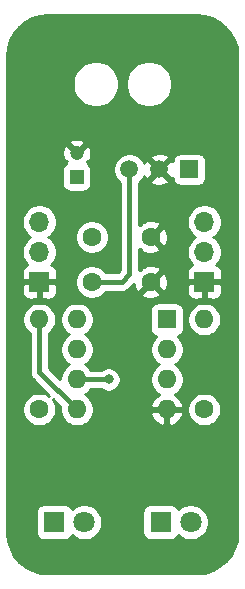
<source format=gbl>
G04 #@! TF.GenerationSoftware,KiCad,Pcbnew,(5.1.8)-1*
G04 #@! TF.CreationDate,2023-08-31T22:35:52+02:00*
G04 #@! TF.ProjectId,RC Exhaust System,52432045-7868-4617-9573-742053797374,rev?*
G04 #@! TF.SameCoordinates,Original*
G04 #@! TF.FileFunction,Copper,L2,Bot*
G04 #@! TF.FilePolarity,Positive*
%FSLAX46Y46*%
G04 Gerber Fmt 4.6, Leading zero omitted, Abs format (unit mm)*
G04 Created by KiCad (PCBNEW (5.1.8)-1) date 2023-08-31 22:35:52*
%MOMM*%
%LPD*%
G01*
G04 APERTURE LIST*
G04 #@! TA.AperFunction,ComponentPad*
%ADD10C,1.600000*%
G04 #@! TD*
G04 #@! TA.AperFunction,ComponentPad*
%ADD11O,1.600000X1.600000*%
G04 #@! TD*
G04 #@! TA.AperFunction,ComponentPad*
%ADD12O,1.700000X1.700000*%
G04 #@! TD*
G04 #@! TA.AperFunction,ComponentPad*
%ADD13R,1.700000X1.700000*%
G04 #@! TD*
G04 #@! TA.AperFunction,ComponentPad*
%ADD14R,1.600000X1.600000*%
G04 #@! TD*
G04 #@! TA.AperFunction,ComponentPad*
%ADD15R,1.200000X1.200000*%
G04 #@! TD*
G04 #@! TA.AperFunction,ComponentPad*
%ADD16C,1.200000*%
G04 #@! TD*
G04 #@! TA.AperFunction,ComponentPad*
%ADD17R,1.800000X1.800000*%
G04 #@! TD*
G04 #@! TA.AperFunction,ComponentPad*
%ADD18C,1.800000*%
G04 #@! TD*
G04 #@! TA.AperFunction,ComponentPad*
%ADD19C,1.500000*%
G04 #@! TD*
G04 #@! TA.AperFunction,ComponentPad*
%ADD20R,1.500000X1.500000*%
G04 #@! TD*
G04 #@! TA.AperFunction,ViaPad*
%ADD21C,0.800000*%
G04 #@! TD*
G04 #@! TA.AperFunction,Conductor*
%ADD22C,0.381000*%
G04 #@! TD*
G04 #@! TA.AperFunction,Conductor*
%ADD23C,0.254000*%
G04 #@! TD*
G04 #@! TA.AperFunction,Conductor*
%ADD24C,0.100000*%
G04 #@! TD*
G04 APERTURE END LIST*
D10*
X78105000Y-93345000D03*
X83105000Y-93345000D03*
X83105000Y-97155000D03*
X78105000Y-97155000D03*
X73660000Y-107950000D03*
D11*
X73660000Y-100330000D03*
X87630000Y-100330000D03*
D10*
X87630000Y-107950000D03*
D12*
X87630000Y-92075000D03*
X87630000Y-94615000D03*
D13*
X87630000Y-97155000D03*
D14*
X84455000Y-100330000D03*
D11*
X76835000Y-107950000D03*
X84455000Y-102870000D03*
X76835000Y-105410000D03*
X84455000Y-105410000D03*
X76835000Y-102870000D03*
X84455000Y-107950000D03*
X76835000Y-100330000D03*
D15*
X76835000Y-88265000D03*
D16*
X76835000Y-86265000D03*
D17*
X74922000Y-117496000D03*
D18*
X77462000Y-117496000D03*
X86462000Y-117496000D03*
D17*
X83922000Y-117496000D03*
D13*
X73660000Y-97155000D03*
D12*
X73660000Y-94615000D03*
X73660000Y-92075000D03*
D19*
X83820000Y-87630000D03*
X81280000Y-87630000D03*
D20*
X86360000Y-87630000D03*
D21*
X79530500Y-105410000D03*
D22*
X81280000Y-87630000D02*
X81280000Y-96520000D01*
X80645000Y-97155000D02*
X78105000Y-97155000D01*
X81280000Y-96520000D02*
X80645000Y-97155000D01*
X73660000Y-104775000D02*
X76835000Y-107950000D01*
X73660000Y-100330000D02*
X73660000Y-104775000D01*
X79530500Y-105410000D02*
X76835000Y-105410000D01*
D23*
X87662551Y-74624619D02*
X88304677Y-74818488D01*
X88896917Y-75133388D01*
X89416711Y-75557322D01*
X89844266Y-76074148D01*
X90163291Y-76664172D01*
X90361640Y-77304932D01*
X90435000Y-78002922D01*
X90432003Y-118363693D01*
X90363381Y-119063551D01*
X90169512Y-119705677D01*
X89854612Y-120297917D01*
X89430680Y-120817708D01*
X88913852Y-121245266D01*
X88323829Y-121564291D01*
X87683068Y-121762640D01*
X86985088Y-121836000D01*
X74424279Y-121836000D01*
X73724449Y-121767381D01*
X73082323Y-121573512D01*
X72490083Y-121258612D01*
X71970292Y-120834680D01*
X71542734Y-120317852D01*
X71223709Y-119727829D01*
X71025360Y-119087068D01*
X70952000Y-118389088D01*
X70952000Y-116596000D01*
X73383928Y-116596000D01*
X73383928Y-118396000D01*
X73396188Y-118520482D01*
X73432498Y-118640180D01*
X73491463Y-118750494D01*
X73570815Y-118847185D01*
X73667506Y-118926537D01*
X73777820Y-118985502D01*
X73897518Y-119021812D01*
X74022000Y-119034072D01*
X75822000Y-119034072D01*
X75946482Y-119021812D01*
X76066180Y-118985502D01*
X76176494Y-118926537D01*
X76273185Y-118847185D01*
X76352537Y-118750494D01*
X76411502Y-118640180D01*
X76417056Y-118621873D01*
X76483495Y-118688312D01*
X76734905Y-118856299D01*
X77014257Y-118972011D01*
X77310816Y-119031000D01*
X77613184Y-119031000D01*
X77909743Y-118972011D01*
X78189095Y-118856299D01*
X78440505Y-118688312D01*
X78654312Y-118474505D01*
X78822299Y-118223095D01*
X78938011Y-117943743D01*
X78997000Y-117647184D01*
X78997000Y-117344816D01*
X78938011Y-117048257D01*
X78822299Y-116768905D01*
X78706768Y-116596000D01*
X82383928Y-116596000D01*
X82383928Y-118396000D01*
X82396188Y-118520482D01*
X82432498Y-118640180D01*
X82491463Y-118750494D01*
X82570815Y-118847185D01*
X82667506Y-118926537D01*
X82777820Y-118985502D01*
X82897518Y-119021812D01*
X83022000Y-119034072D01*
X84822000Y-119034072D01*
X84946482Y-119021812D01*
X85066180Y-118985502D01*
X85176494Y-118926537D01*
X85273185Y-118847185D01*
X85352537Y-118750494D01*
X85411502Y-118640180D01*
X85417056Y-118621873D01*
X85483495Y-118688312D01*
X85734905Y-118856299D01*
X86014257Y-118972011D01*
X86310816Y-119031000D01*
X86613184Y-119031000D01*
X86909743Y-118972011D01*
X87189095Y-118856299D01*
X87440505Y-118688312D01*
X87654312Y-118474505D01*
X87822299Y-118223095D01*
X87938011Y-117943743D01*
X87997000Y-117647184D01*
X87997000Y-117344816D01*
X87938011Y-117048257D01*
X87822299Y-116768905D01*
X87654312Y-116517495D01*
X87440505Y-116303688D01*
X87189095Y-116135701D01*
X86909743Y-116019989D01*
X86613184Y-115961000D01*
X86310816Y-115961000D01*
X86014257Y-116019989D01*
X85734905Y-116135701D01*
X85483495Y-116303688D01*
X85417056Y-116370127D01*
X85411502Y-116351820D01*
X85352537Y-116241506D01*
X85273185Y-116144815D01*
X85176494Y-116065463D01*
X85066180Y-116006498D01*
X84946482Y-115970188D01*
X84822000Y-115957928D01*
X83022000Y-115957928D01*
X82897518Y-115970188D01*
X82777820Y-116006498D01*
X82667506Y-116065463D01*
X82570815Y-116144815D01*
X82491463Y-116241506D01*
X82432498Y-116351820D01*
X82396188Y-116471518D01*
X82383928Y-116596000D01*
X78706768Y-116596000D01*
X78654312Y-116517495D01*
X78440505Y-116303688D01*
X78189095Y-116135701D01*
X77909743Y-116019989D01*
X77613184Y-115961000D01*
X77310816Y-115961000D01*
X77014257Y-116019989D01*
X76734905Y-116135701D01*
X76483495Y-116303688D01*
X76417056Y-116370127D01*
X76411502Y-116351820D01*
X76352537Y-116241506D01*
X76273185Y-116144815D01*
X76176494Y-116065463D01*
X76066180Y-116006498D01*
X75946482Y-115970188D01*
X75822000Y-115957928D01*
X74022000Y-115957928D01*
X73897518Y-115970188D01*
X73777820Y-116006498D01*
X73667506Y-116065463D01*
X73570815Y-116144815D01*
X73491463Y-116241506D01*
X73432498Y-116351820D01*
X73396188Y-116471518D01*
X73383928Y-116596000D01*
X70952000Y-116596000D01*
X70952000Y-100188665D01*
X72225000Y-100188665D01*
X72225000Y-100471335D01*
X72280147Y-100748574D01*
X72388320Y-101009727D01*
X72545363Y-101244759D01*
X72745241Y-101444637D01*
X72834500Y-101504278D01*
X72834501Y-104734440D01*
X72830506Y-104775000D01*
X72846445Y-104936826D01*
X72893647Y-105092433D01*
X72970301Y-105235842D01*
X73029570Y-105308061D01*
X73073460Y-105361541D01*
X73104961Y-105387393D01*
X74508976Y-106791408D01*
X74339727Y-106678320D01*
X74078574Y-106570147D01*
X73801335Y-106515000D01*
X73518665Y-106515000D01*
X73241426Y-106570147D01*
X72980273Y-106678320D01*
X72745241Y-106835363D01*
X72545363Y-107035241D01*
X72388320Y-107270273D01*
X72280147Y-107531426D01*
X72225000Y-107808665D01*
X72225000Y-108091335D01*
X72280147Y-108368574D01*
X72388320Y-108629727D01*
X72545363Y-108864759D01*
X72745241Y-109064637D01*
X72980273Y-109221680D01*
X73241426Y-109329853D01*
X73518665Y-109385000D01*
X73801335Y-109385000D01*
X74078574Y-109329853D01*
X74339727Y-109221680D01*
X74574759Y-109064637D01*
X74774637Y-108864759D01*
X74931680Y-108629727D01*
X75039853Y-108368574D01*
X75095000Y-108091335D01*
X75095000Y-107808665D01*
X75039853Y-107531426D01*
X74931680Y-107270273D01*
X74818592Y-107101025D01*
X75420944Y-107703376D01*
X75400000Y-107808665D01*
X75400000Y-108091335D01*
X75455147Y-108368574D01*
X75563320Y-108629727D01*
X75720363Y-108864759D01*
X75920241Y-109064637D01*
X76155273Y-109221680D01*
X76416426Y-109329853D01*
X76693665Y-109385000D01*
X76976335Y-109385000D01*
X77253574Y-109329853D01*
X77514727Y-109221680D01*
X77749759Y-109064637D01*
X77949637Y-108864759D01*
X78106680Y-108629727D01*
X78214853Y-108368574D01*
X78228684Y-108299039D01*
X83063096Y-108299039D01*
X83103754Y-108433087D01*
X83223963Y-108687420D01*
X83391481Y-108913414D01*
X83599869Y-109102385D01*
X83841119Y-109247070D01*
X84105960Y-109341909D01*
X84328000Y-109220624D01*
X84328000Y-108077000D01*
X84582000Y-108077000D01*
X84582000Y-109220624D01*
X84804040Y-109341909D01*
X85068881Y-109247070D01*
X85310131Y-109102385D01*
X85518519Y-108913414D01*
X85686037Y-108687420D01*
X85806246Y-108433087D01*
X85846904Y-108299039D01*
X85724915Y-108077000D01*
X84582000Y-108077000D01*
X84328000Y-108077000D01*
X83185085Y-108077000D01*
X83063096Y-108299039D01*
X78228684Y-108299039D01*
X78270000Y-108091335D01*
X78270000Y-107808665D01*
X78214853Y-107531426D01*
X78106680Y-107270273D01*
X77949637Y-107035241D01*
X77749759Y-106835363D01*
X77517241Y-106680000D01*
X77749759Y-106524637D01*
X77949637Y-106324759D01*
X78009278Y-106235500D01*
X78902997Y-106235500D01*
X79040244Y-106327205D01*
X79228602Y-106405226D01*
X79428561Y-106445000D01*
X79632439Y-106445000D01*
X79832398Y-106405226D01*
X80020756Y-106327205D01*
X80190274Y-106213937D01*
X80334437Y-106069774D01*
X80447705Y-105900256D01*
X80525726Y-105711898D01*
X80565500Y-105511939D01*
X80565500Y-105308061D01*
X80525726Y-105108102D01*
X80447705Y-104919744D01*
X80334437Y-104750226D01*
X80190274Y-104606063D01*
X80020756Y-104492795D01*
X79832398Y-104414774D01*
X79632439Y-104375000D01*
X79428561Y-104375000D01*
X79228602Y-104414774D01*
X79040244Y-104492795D01*
X78902997Y-104584500D01*
X78009278Y-104584500D01*
X77949637Y-104495241D01*
X77749759Y-104295363D01*
X77517241Y-104140000D01*
X77749759Y-103984637D01*
X77949637Y-103784759D01*
X78106680Y-103549727D01*
X78214853Y-103288574D01*
X78270000Y-103011335D01*
X78270000Y-102728665D01*
X78214853Y-102451426D01*
X78106680Y-102190273D01*
X77949637Y-101955241D01*
X77749759Y-101755363D01*
X77517241Y-101600000D01*
X77749759Y-101444637D01*
X77949637Y-101244759D01*
X78106680Y-101009727D01*
X78214853Y-100748574D01*
X78270000Y-100471335D01*
X78270000Y-100188665D01*
X78214853Y-99911426D01*
X78106680Y-99650273D01*
X78026317Y-99530000D01*
X83016928Y-99530000D01*
X83016928Y-101130000D01*
X83029188Y-101254482D01*
X83065498Y-101374180D01*
X83124463Y-101484494D01*
X83203815Y-101581185D01*
X83300506Y-101660537D01*
X83410820Y-101719502D01*
X83530518Y-101755812D01*
X83538961Y-101756643D01*
X83340363Y-101955241D01*
X83183320Y-102190273D01*
X83075147Y-102451426D01*
X83020000Y-102728665D01*
X83020000Y-103011335D01*
X83075147Y-103288574D01*
X83183320Y-103549727D01*
X83340363Y-103784759D01*
X83540241Y-103984637D01*
X83772759Y-104140000D01*
X83540241Y-104295363D01*
X83340363Y-104495241D01*
X83183320Y-104730273D01*
X83075147Y-104991426D01*
X83020000Y-105268665D01*
X83020000Y-105551335D01*
X83075147Y-105828574D01*
X83183320Y-106089727D01*
X83340363Y-106324759D01*
X83540241Y-106524637D01*
X83775273Y-106681680D01*
X83785865Y-106686067D01*
X83599869Y-106797615D01*
X83391481Y-106986586D01*
X83223963Y-107212580D01*
X83103754Y-107466913D01*
X83063096Y-107600961D01*
X83185085Y-107823000D01*
X84328000Y-107823000D01*
X84328000Y-107803000D01*
X84582000Y-107803000D01*
X84582000Y-107823000D01*
X85724915Y-107823000D01*
X85732790Y-107808665D01*
X86195000Y-107808665D01*
X86195000Y-108091335D01*
X86250147Y-108368574D01*
X86358320Y-108629727D01*
X86515363Y-108864759D01*
X86715241Y-109064637D01*
X86950273Y-109221680D01*
X87211426Y-109329853D01*
X87488665Y-109385000D01*
X87771335Y-109385000D01*
X88048574Y-109329853D01*
X88309727Y-109221680D01*
X88544759Y-109064637D01*
X88744637Y-108864759D01*
X88901680Y-108629727D01*
X89009853Y-108368574D01*
X89065000Y-108091335D01*
X89065000Y-107808665D01*
X89009853Y-107531426D01*
X88901680Y-107270273D01*
X88744637Y-107035241D01*
X88544759Y-106835363D01*
X88309727Y-106678320D01*
X88048574Y-106570147D01*
X87771335Y-106515000D01*
X87488665Y-106515000D01*
X87211426Y-106570147D01*
X86950273Y-106678320D01*
X86715241Y-106835363D01*
X86515363Y-107035241D01*
X86358320Y-107270273D01*
X86250147Y-107531426D01*
X86195000Y-107808665D01*
X85732790Y-107808665D01*
X85846904Y-107600961D01*
X85806246Y-107466913D01*
X85686037Y-107212580D01*
X85518519Y-106986586D01*
X85310131Y-106797615D01*
X85124135Y-106686067D01*
X85134727Y-106681680D01*
X85369759Y-106524637D01*
X85569637Y-106324759D01*
X85726680Y-106089727D01*
X85834853Y-105828574D01*
X85890000Y-105551335D01*
X85890000Y-105268665D01*
X85834853Y-104991426D01*
X85726680Y-104730273D01*
X85569637Y-104495241D01*
X85369759Y-104295363D01*
X85137241Y-104140000D01*
X85369759Y-103984637D01*
X85569637Y-103784759D01*
X85726680Y-103549727D01*
X85834853Y-103288574D01*
X85890000Y-103011335D01*
X85890000Y-102728665D01*
X85834853Y-102451426D01*
X85726680Y-102190273D01*
X85569637Y-101955241D01*
X85371039Y-101756643D01*
X85379482Y-101755812D01*
X85499180Y-101719502D01*
X85609494Y-101660537D01*
X85706185Y-101581185D01*
X85785537Y-101484494D01*
X85844502Y-101374180D01*
X85880812Y-101254482D01*
X85893072Y-101130000D01*
X85893072Y-100188665D01*
X86195000Y-100188665D01*
X86195000Y-100471335D01*
X86250147Y-100748574D01*
X86358320Y-101009727D01*
X86515363Y-101244759D01*
X86715241Y-101444637D01*
X86950273Y-101601680D01*
X87211426Y-101709853D01*
X87488665Y-101765000D01*
X87771335Y-101765000D01*
X88048574Y-101709853D01*
X88309727Y-101601680D01*
X88544759Y-101444637D01*
X88744637Y-101244759D01*
X88901680Y-101009727D01*
X89009853Y-100748574D01*
X89065000Y-100471335D01*
X89065000Y-100188665D01*
X89009853Y-99911426D01*
X88901680Y-99650273D01*
X88744637Y-99415241D01*
X88544759Y-99215363D01*
X88309727Y-99058320D01*
X88048574Y-98950147D01*
X87771335Y-98895000D01*
X87488665Y-98895000D01*
X87211426Y-98950147D01*
X86950273Y-99058320D01*
X86715241Y-99215363D01*
X86515363Y-99415241D01*
X86358320Y-99650273D01*
X86250147Y-99911426D01*
X86195000Y-100188665D01*
X85893072Y-100188665D01*
X85893072Y-99530000D01*
X85880812Y-99405518D01*
X85844502Y-99285820D01*
X85785537Y-99175506D01*
X85706185Y-99078815D01*
X85609494Y-98999463D01*
X85499180Y-98940498D01*
X85379482Y-98904188D01*
X85255000Y-98891928D01*
X83655000Y-98891928D01*
X83530518Y-98904188D01*
X83410820Y-98940498D01*
X83300506Y-98999463D01*
X83203815Y-99078815D01*
X83124463Y-99175506D01*
X83065498Y-99285820D01*
X83029188Y-99405518D01*
X83016928Y-99530000D01*
X78026317Y-99530000D01*
X77949637Y-99415241D01*
X77749759Y-99215363D01*
X77514727Y-99058320D01*
X77253574Y-98950147D01*
X76976335Y-98895000D01*
X76693665Y-98895000D01*
X76416426Y-98950147D01*
X76155273Y-99058320D01*
X75920241Y-99215363D01*
X75720363Y-99415241D01*
X75563320Y-99650273D01*
X75455147Y-99911426D01*
X75400000Y-100188665D01*
X75400000Y-100471335D01*
X75455147Y-100748574D01*
X75563320Y-101009727D01*
X75720363Y-101244759D01*
X75920241Y-101444637D01*
X76152759Y-101600000D01*
X75920241Y-101755363D01*
X75720363Y-101955241D01*
X75563320Y-102190273D01*
X75455147Y-102451426D01*
X75400000Y-102728665D01*
X75400000Y-103011335D01*
X75455147Y-103288574D01*
X75563320Y-103549727D01*
X75720363Y-103784759D01*
X75920241Y-103984637D01*
X76152759Y-104140000D01*
X75920241Y-104295363D01*
X75720363Y-104495241D01*
X75563320Y-104730273D01*
X75455147Y-104991426D01*
X75400000Y-105268665D01*
X75400000Y-105347568D01*
X74485500Y-104433068D01*
X74485500Y-101504278D01*
X74574759Y-101444637D01*
X74774637Y-101244759D01*
X74931680Y-101009727D01*
X75039853Y-100748574D01*
X75095000Y-100471335D01*
X75095000Y-100188665D01*
X75039853Y-99911426D01*
X74931680Y-99650273D01*
X74774637Y-99415241D01*
X74574759Y-99215363D01*
X74339727Y-99058320D01*
X74078574Y-98950147D01*
X73801335Y-98895000D01*
X73518665Y-98895000D01*
X73241426Y-98950147D01*
X72980273Y-99058320D01*
X72745241Y-99215363D01*
X72545363Y-99415241D01*
X72388320Y-99650273D01*
X72280147Y-99911426D01*
X72225000Y-100188665D01*
X70952000Y-100188665D01*
X70952000Y-98005000D01*
X72171928Y-98005000D01*
X72184188Y-98129482D01*
X72220498Y-98249180D01*
X72279463Y-98359494D01*
X72358815Y-98456185D01*
X72455506Y-98535537D01*
X72565820Y-98594502D01*
X72685518Y-98630812D01*
X72810000Y-98643072D01*
X73374250Y-98640000D01*
X73533000Y-98481250D01*
X73533000Y-97282000D01*
X73787000Y-97282000D01*
X73787000Y-98481250D01*
X73945750Y-98640000D01*
X74510000Y-98643072D01*
X74634482Y-98630812D01*
X74754180Y-98594502D01*
X74864494Y-98535537D01*
X74961185Y-98456185D01*
X75040537Y-98359494D01*
X75099502Y-98249180D01*
X75135812Y-98129482D01*
X75148072Y-98005000D01*
X75145000Y-97440750D01*
X74986250Y-97282000D01*
X73787000Y-97282000D01*
X73533000Y-97282000D01*
X72333750Y-97282000D01*
X72175000Y-97440750D01*
X72171928Y-98005000D01*
X70952000Y-98005000D01*
X70952000Y-96305000D01*
X72171928Y-96305000D01*
X72175000Y-96869250D01*
X72333750Y-97028000D01*
X73533000Y-97028000D01*
X73533000Y-97008000D01*
X73787000Y-97008000D01*
X73787000Y-97028000D01*
X74986250Y-97028000D01*
X75000585Y-97013665D01*
X76670000Y-97013665D01*
X76670000Y-97296335D01*
X76725147Y-97573574D01*
X76833320Y-97834727D01*
X76990363Y-98069759D01*
X77190241Y-98269637D01*
X77425273Y-98426680D01*
X77686426Y-98534853D01*
X77963665Y-98590000D01*
X78246335Y-98590000D01*
X78523574Y-98534853D01*
X78784727Y-98426680D01*
X79019759Y-98269637D01*
X79141694Y-98147702D01*
X82291903Y-98147702D01*
X82363486Y-98391671D01*
X82618996Y-98512571D01*
X82893184Y-98581300D01*
X83175512Y-98595217D01*
X83455130Y-98553787D01*
X83721292Y-98458603D01*
X83846514Y-98391671D01*
X83918097Y-98147702D01*
X83775395Y-98005000D01*
X86141928Y-98005000D01*
X86154188Y-98129482D01*
X86190498Y-98249180D01*
X86249463Y-98359494D01*
X86328815Y-98456185D01*
X86425506Y-98535537D01*
X86535820Y-98594502D01*
X86655518Y-98630812D01*
X86780000Y-98643072D01*
X87344250Y-98640000D01*
X87503000Y-98481250D01*
X87503000Y-97282000D01*
X87757000Y-97282000D01*
X87757000Y-98481250D01*
X87915750Y-98640000D01*
X88480000Y-98643072D01*
X88604482Y-98630812D01*
X88724180Y-98594502D01*
X88834494Y-98535537D01*
X88931185Y-98456185D01*
X89010537Y-98359494D01*
X89069502Y-98249180D01*
X89105812Y-98129482D01*
X89118072Y-98005000D01*
X89115000Y-97440750D01*
X88956250Y-97282000D01*
X87757000Y-97282000D01*
X87503000Y-97282000D01*
X86303750Y-97282000D01*
X86145000Y-97440750D01*
X86141928Y-98005000D01*
X83775395Y-98005000D01*
X83105000Y-97334605D01*
X82291903Y-98147702D01*
X79141694Y-98147702D01*
X79219637Y-98069759D01*
X79279278Y-97980500D01*
X80604450Y-97980500D01*
X80645000Y-97984494D01*
X80685550Y-97980500D01*
X80685553Y-97980500D01*
X80806826Y-97968556D01*
X80962434Y-97921353D01*
X81105842Y-97844699D01*
X81231541Y-97741541D01*
X81257397Y-97710035D01*
X81674737Y-97292696D01*
X81706213Y-97505130D01*
X81801397Y-97771292D01*
X81868329Y-97896514D01*
X82112298Y-97968097D01*
X82925395Y-97155000D01*
X83284605Y-97155000D01*
X84097702Y-97968097D01*
X84341671Y-97896514D01*
X84462571Y-97641004D01*
X84531300Y-97366816D01*
X84545217Y-97084488D01*
X84503787Y-96804870D01*
X84408603Y-96538708D01*
X84341671Y-96413486D01*
X84097702Y-96341903D01*
X83284605Y-97155000D01*
X82925395Y-97155000D01*
X82911253Y-97140858D01*
X83090858Y-96961253D01*
X83105000Y-96975395D01*
X83775395Y-96305000D01*
X86141928Y-96305000D01*
X86145000Y-96869250D01*
X86303750Y-97028000D01*
X87503000Y-97028000D01*
X87503000Y-97008000D01*
X87757000Y-97008000D01*
X87757000Y-97028000D01*
X88956250Y-97028000D01*
X89115000Y-96869250D01*
X89118072Y-96305000D01*
X89105812Y-96180518D01*
X89069502Y-96060820D01*
X89010537Y-95950506D01*
X88931185Y-95853815D01*
X88834494Y-95774463D01*
X88724180Y-95715498D01*
X88651620Y-95693487D01*
X88783475Y-95561632D01*
X88945990Y-95318411D01*
X89057932Y-95048158D01*
X89115000Y-94761260D01*
X89115000Y-94468740D01*
X89057932Y-94181842D01*
X88945990Y-93911589D01*
X88783475Y-93668368D01*
X88576632Y-93461525D01*
X88402240Y-93345000D01*
X88576632Y-93228475D01*
X88783475Y-93021632D01*
X88945990Y-92778411D01*
X89057932Y-92508158D01*
X89115000Y-92221260D01*
X89115000Y-91928740D01*
X89057932Y-91641842D01*
X88945990Y-91371589D01*
X88783475Y-91128368D01*
X88576632Y-90921525D01*
X88333411Y-90759010D01*
X88063158Y-90647068D01*
X87776260Y-90590000D01*
X87483740Y-90590000D01*
X87196842Y-90647068D01*
X86926589Y-90759010D01*
X86683368Y-90921525D01*
X86476525Y-91128368D01*
X86314010Y-91371589D01*
X86202068Y-91641842D01*
X86145000Y-91928740D01*
X86145000Y-92221260D01*
X86202068Y-92508158D01*
X86314010Y-92778411D01*
X86476525Y-93021632D01*
X86683368Y-93228475D01*
X86857760Y-93345000D01*
X86683368Y-93461525D01*
X86476525Y-93668368D01*
X86314010Y-93911589D01*
X86202068Y-94181842D01*
X86145000Y-94468740D01*
X86145000Y-94761260D01*
X86202068Y-95048158D01*
X86314010Y-95318411D01*
X86476525Y-95561632D01*
X86608380Y-95693487D01*
X86535820Y-95715498D01*
X86425506Y-95774463D01*
X86328815Y-95853815D01*
X86249463Y-95950506D01*
X86190498Y-96060820D01*
X86154188Y-96180518D01*
X86141928Y-96305000D01*
X83775395Y-96305000D01*
X83918097Y-96162298D01*
X83846514Y-95918329D01*
X83591004Y-95797429D01*
X83316816Y-95728700D01*
X83034488Y-95714783D01*
X82754870Y-95756213D01*
X82488708Y-95851397D01*
X82363486Y-95918329D01*
X82291903Y-96162296D01*
X82175630Y-96046023D01*
X82105500Y-96116153D01*
X82105500Y-94383847D01*
X82175630Y-94453977D01*
X82291903Y-94337704D01*
X82363486Y-94581671D01*
X82618996Y-94702571D01*
X82893184Y-94771300D01*
X83175512Y-94785217D01*
X83455130Y-94743787D01*
X83721292Y-94648603D01*
X83846514Y-94581671D01*
X83918097Y-94337702D01*
X83105000Y-93524605D01*
X83090858Y-93538748D01*
X82911253Y-93359143D01*
X82925395Y-93345000D01*
X83284605Y-93345000D01*
X84097702Y-94158097D01*
X84341671Y-94086514D01*
X84462571Y-93831004D01*
X84531300Y-93556816D01*
X84545217Y-93274488D01*
X84503787Y-92994870D01*
X84408603Y-92728708D01*
X84341671Y-92603486D01*
X84097702Y-92531903D01*
X83284605Y-93345000D01*
X82925395Y-93345000D01*
X82911253Y-93330858D01*
X83090858Y-93151253D01*
X83105000Y-93165395D01*
X83918097Y-92352298D01*
X83846514Y-92108329D01*
X83591004Y-91987429D01*
X83316816Y-91918700D01*
X83034488Y-91904783D01*
X82754870Y-91946213D01*
X82488708Y-92041397D01*
X82363486Y-92108329D01*
X82291903Y-92352296D01*
X82175630Y-92236023D01*
X82105500Y-92306153D01*
X82105500Y-88744143D01*
X82162886Y-88705799D01*
X82281692Y-88586993D01*
X83042612Y-88586993D01*
X83108137Y-88825860D01*
X83355116Y-88941760D01*
X83619960Y-89007250D01*
X83892492Y-89019812D01*
X84162238Y-88978965D01*
X84418832Y-88886277D01*
X84531863Y-88825860D01*
X84597388Y-88586993D01*
X83820000Y-87809605D01*
X83042612Y-88586993D01*
X82281692Y-88586993D01*
X82355799Y-88512886D01*
X82507371Y-88286043D01*
X82548511Y-88186721D01*
X82563723Y-88228832D01*
X82624140Y-88341863D01*
X82863007Y-88407388D01*
X83640395Y-87630000D01*
X83999605Y-87630000D01*
X84776993Y-88407388D01*
X84971928Y-88353914D01*
X84971928Y-88380000D01*
X84984188Y-88504482D01*
X85020498Y-88624180D01*
X85079463Y-88734494D01*
X85158815Y-88831185D01*
X85255506Y-88910537D01*
X85365820Y-88969502D01*
X85485518Y-89005812D01*
X85610000Y-89018072D01*
X87110000Y-89018072D01*
X87234482Y-89005812D01*
X87354180Y-88969502D01*
X87464494Y-88910537D01*
X87561185Y-88831185D01*
X87640537Y-88734494D01*
X87699502Y-88624180D01*
X87735812Y-88504482D01*
X87748072Y-88380000D01*
X87748072Y-86880000D01*
X87735812Y-86755518D01*
X87699502Y-86635820D01*
X87640537Y-86525506D01*
X87561185Y-86428815D01*
X87464494Y-86349463D01*
X87354180Y-86290498D01*
X87234482Y-86254188D01*
X87110000Y-86241928D01*
X85610000Y-86241928D01*
X85485518Y-86254188D01*
X85365820Y-86290498D01*
X85255506Y-86349463D01*
X85158815Y-86428815D01*
X85079463Y-86525506D01*
X85020498Y-86635820D01*
X84984188Y-86755518D01*
X84971928Y-86880000D01*
X84971928Y-86906086D01*
X84776993Y-86852612D01*
X83999605Y-87630000D01*
X83640395Y-87630000D01*
X82863007Y-86852612D01*
X82624140Y-86918137D01*
X82549836Y-87076477D01*
X82507371Y-86973957D01*
X82355799Y-86747114D01*
X82281692Y-86673007D01*
X83042612Y-86673007D01*
X83820000Y-87450395D01*
X84597388Y-86673007D01*
X84531863Y-86434140D01*
X84284884Y-86318240D01*
X84020040Y-86252750D01*
X83747508Y-86240188D01*
X83477762Y-86281035D01*
X83221168Y-86373723D01*
X83108137Y-86434140D01*
X83042612Y-86673007D01*
X82281692Y-86673007D01*
X82162886Y-86554201D01*
X81936043Y-86402629D01*
X81683989Y-86298225D01*
X81416411Y-86245000D01*
X81143589Y-86245000D01*
X80876011Y-86298225D01*
X80623957Y-86402629D01*
X80397114Y-86554201D01*
X80204201Y-86747114D01*
X80052629Y-86973957D01*
X79948225Y-87226011D01*
X79895000Y-87493589D01*
X79895000Y-87766411D01*
X79948225Y-88033989D01*
X80052629Y-88286043D01*
X80204201Y-88512886D01*
X80397114Y-88705799D01*
X80454500Y-88744143D01*
X80454501Y-96178066D01*
X80303067Y-96329500D01*
X79279278Y-96329500D01*
X79219637Y-96240241D01*
X79019759Y-96040363D01*
X78784727Y-95883320D01*
X78523574Y-95775147D01*
X78246335Y-95720000D01*
X77963665Y-95720000D01*
X77686426Y-95775147D01*
X77425273Y-95883320D01*
X77190241Y-96040363D01*
X76990363Y-96240241D01*
X76833320Y-96475273D01*
X76725147Y-96736426D01*
X76670000Y-97013665D01*
X75000585Y-97013665D01*
X75145000Y-96869250D01*
X75148072Y-96305000D01*
X75135812Y-96180518D01*
X75099502Y-96060820D01*
X75040537Y-95950506D01*
X74961185Y-95853815D01*
X74864494Y-95774463D01*
X74754180Y-95715498D01*
X74681620Y-95693487D01*
X74813475Y-95561632D01*
X74975990Y-95318411D01*
X75087932Y-95048158D01*
X75145000Y-94761260D01*
X75145000Y-94468740D01*
X75087932Y-94181842D01*
X74975990Y-93911589D01*
X74813475Y-93668368D01*
X74606632Y-93461525D01*
X74432240Y-93345000D01*
X74606632Y-93228475D01*
X74631442Y-93203665D01*
X76670000Y-93203665D01*
X76670000Y-93486335D01*
X76725147Y-93763574D01*
X76833320Y-94024727D01*
X76990363Y-94259759D01*
X77190241Y-94459637D01*
X77425273Y-94616680D01*
X77686426Y-94724853D01*
X77963665Y-94780000D01*
X78246335Y-94780000D01*
X78523574Y-94724853D01*
X78784727Y-94616680D01*
X79019759Y-94459637D01*
X79219637Y-94259759D01*
X79376680Y-94024727D01*
X79484853Y-93763574D01*
X79540000Y-93486335D01*
X79540000Y-93203665D01*
X79484853Y-92926426D01*
X79376680Y-92665273D01*
X79219637Y-92430241D01*
X79019759Y-92230363D01*
X78784727Y-92073320D01*
X78523574Y-91965147D01*
X78246335Y-91910000D01*
X77963665Y-91910000D01*
X77686426Y-91965147D01*
X77425273Y-92073320D01*
X77190241Y-92230363D01*
X76990363Y-92430241D01*
X76833320Y-92665273D01*
X76725147Y-92926426D01*
X76670000Y-93203665D01*
X74631442Y-93203665D01*
X74813475Y-93021632D01*
X74975990Y-92778411D01*
X75087932Y-92508158D01*
X75145000Y-92221260D01*
X75145000Y-91928740D01*
X75087932Y-91641842D01*
X74975990Y-91371589D01*
X74813475Y-91128368D01*
X74606632Y-90921525D01*
X74363411Y-90759010D01*
X74093158Y-90647068D01*
X73806260Y-90590000D01*
X73513740Y-90590000D01*
X73226842Y-90647068D01*
X72956589Y-90759010D01*
X72713368Y-90921525D01*
X72506525Y-91128368D01*
X72344010Y-91371589D01*
X72232068Y-91641842D01*
X72175000Y-91928740D01*
X72175000Y-92221260D01*
X72232068Y-92508158D01*
X72344010Y-92778411D01*
X72506525Y-93021632D01*
X72713368Y-93228475D01*
X72887760Y-93345000D01*
X72713368Y-93461525D01*
X72506525Y-93668368D01*
X72344010Y-93911589D01*
X72232068Y-94181842D01*
X72175000Y-94468740D01*
X72175000Y-94761260D01*
X72232068Y-95048158D01*
X72344010Y-95318411D01*
X72506525Y-95561632D01*
X72638380Y-95693487D01*
X72565820Y-95715498D01*
X72455506Y-95774463D01*
X72358815Y-95853815D01*
X72279463Y-95950506D01*
X72220498Y-96060820D01*
X72184188Y-96180518D01*
X72171928Y-96305000D01*
X70952000Y-96305000D01*
X70952000Y-86343438D01*
X75596505Y-86343438D01*
X75635605Y-86583549D01*
X75720798Y-86811418D01*
X75761652Y-86887852D01*
X75985234Y-86935158D01*
X75868128Y-87052264D01*
X75926006Y-87110142D01*
X75880506Y-87134463D01*
X75783815Y-87213815D01*
X75704463Y-87310506D01*
X75645498Y-87420820D01*
X75609188Y-87540518D01*
X75596928Y-87665000D01*
X75596928Y-88865000D01*
X75609188Y-88989482D01*
X75645498Y-89109180D01*
X75704463Y-89219494D01*
X75783815Y-89316185D01*
X75880506Y-89395537D01*
X75990820Y-89454502D01*
X76110518Y-89490812D01*
X76235000Y-89503072D01*
X77435000Y-89503072D01*
X77559482Y-89490812D01*
X77679180Y-89454502D01*
X77789494Y-89395537D01*
X77886185Y-89316185D01*
X77965537Y-89219494D01*
X78024502Y-89109180D01*
X78060812Y-88989482D01*
X78073072Y-88865000D01*
X78073072Y-87665000D01*
X78060812Y-87540518D01*
X78024502Y-87420820D01*
X77965537Y-87310506D01*
X77886185Y-87213815D01*
X77789494Y-87134463D01*
X77743994Y-87110142D01*
X77801872Y-87052264D01*
X77684766Y-86935158D01*
X77908348Y-86887852D01*
X78009237Y-86666484D01*
X78065000Y-86429687D01*
X78073495Y-86186562D01*
X78034395Y-85946451D01*
X77949202Y-85718582D01*
X77908348Y-85642148D01*
X77684764Y-85594841D01*
X77014605Y-86265000D01*
X77028748Y-86279143D01*
X76849143Y-86458748D01*
X76835000Y-86444605D01*
X76820858Y-86458748D01*
X76641253Y-86279143D01*
X76655395Y-86265000D01*
X75985236Y-85594841D01*
X75761652Y-85642148D01*
X75660763Y-85863516D01*
X75605000Y-86100313D01*
X75596505Y-86343438D01*
X70952000Y-86343438D01*
X70952000Y-85415236D01*
X76164841Y-85415236D01*
X76835000Y-86085395D01*
X77505159Y-85415236D01*
X77457852Y-85191652D01*
X77236484Y-85090763D01*
X76999687Y-85035000D01*
X76756562Y-85026505D01*
X76516451Y-85065605D01*
X76288582Y-85150798D01*
X76212148Y-85191652D01*
X76164841Y-85415236D01*
X70952000Y-85415236D01*
X70952000Y-80201926D01*
X76471534Y-80201926D01*
X76471534Y-80590074D01*
X76547258Y-80970764D01*
X76695796Y-81329366D01*
X76911439Y-81652099D01*
X77185901Y-81926561D01*
X77508634Y-82142204D01*
X77867236Y-82290742D01*
X78247926Y-82366466D01*
X78636074Y-82366466D01*
X79016764Y-82290742D01*
X79375366Y-82142204D01*
X79698099Y-81926561D01*
X79972561Y-81652099D01*
X80188204Y-81329366D01*
X80336742Y-80970764D01*
X80412466Y-80590074D01*
X80412466Y-80201926D01*
X80971534Y-80201926D01*
X80971534Y-80590074D01*
X81047258Y-80970764D01*
X81195796Y-81329366D01*
X81411439Y-81652099D01*
X81685901Y-81926561D01*
X82008634Y-82142204D01*
X82367236Y-82290742D01*
X82747926Y-82366466D01*
X83136074Y-82366466D01*
X83516764Y-82290742D01*
X83875366Y-82142204D01*
X84198099Y-81926561D01*
X84472561Y-81652099D01*
X84688204Y-81329366D01*
X84836742Y-80970764D01*
X84912466Y-80590074D01*
X84912466Y-80201926D01*
X84836742Y-79821236D01*
X84688204Y-79462634D01*
X84472561Y-79139901D01*
X84198099Y-78865439D01*
X83875366Y-78649796D01*
X83516764Y-78501258D01*
X83136074Y-78425534D01*
X82747926Y-78425534D01*
X82367236Y-78501258D01*
X82008634Y-78649796D01*
X81685901Y-78865439D01*
X81411439Y-79139901D01*
X81195796Y-79462634D01*
X81047258Y-79821236D01*
X80971534Y-80201926D01*
X80412466Y-80201926D01*
X80336742Y-79821236D01*
X80188204Y-79462634D01*
X79972561Y-79139901D01*
X79698099Y-78865439D01*
X79375366Y-78649796D01*
X79016764Y-78501258D01*
X78636074Y-78425534D01*
X78247926Y-78425534D01*
X77867236Y-78501258D01*
X77508634Y-78649796D01*
X77185901Y-78865439D01*
X76911439Y-79139901D01*
X76695796Y-79462634D01*
X76547258Y-79821236D01*
X76471534Y-80201926D01*
X70952000Y-80201926D01*
X70952000Y-78028279D01*
X71020619Y-77328449D01*
X71214488Y-76686323D01*
X71529388Y-76094083D01*
X71953322Y-75574289D01*
X72470148Y-75146734D01*
X73060172Y-74827709D01*
X73700932Y-74629360D01*
X74398921Y-74556000D01*
X86962721Y-74556000D01*
X87662551Y-74624619D01*
G04 #@! TA.AperFunction,Conductor*
D24*
G36*
X87662551Y-74624619D02*
G01*
X88304677Y-74818488D01*
X88896917Y-75133388D01*
X89416711Y-75557322D01*
X89844266Y-76074148D01*
X90163291Y-76664172D01*
X90361640Y-77304932D01*
X90435000Y-78002922D01*
X90432003Y-118363693D01*
X90363381Y-119063551D01*
X90169512Y-119705677D01*
X89854612Y-120297917D01*
X89430680Y-120817708D01*
X88913852Y-121245266D01*
X88323829Y-121564291D01*
X87683068Y-121762640D01*
X86985088Y-121836000D01*
X74424279Y-121836000D01*
X73724449Y-121767381D01*
X73082323Y-121573512D01*
X72490083Y-121258612D01*
X71970292Y-120834680D01*
X71542734Y-120317852D01*
X71223709Y-119727829D01*
X71025360Y-119087068D01*
X70952000Y-118389088D01*
X70952000Y-116596000D01*
X73383928Y-116596000D01*
X73383928Y-118396000D01*
X73396188Y-118520482D01*
X73432498Y-118640180D01*
X73491463Y-118750494D01*
X73570815Y-118847185D01*
X73667506Y-118926537D01*
X73777820Y-118985502D01*
X73897518Y-119021812D01*
X74022000Y-119034072D01*
X75822000Y-119034072D01*
X75946482Y-119021812D01*
X76066180Y-118985502D01*
X76176494Y-118926537D01*
X76273185Y-118847185D01*
X76352537Y-118750494D01*
X76411502Y-118640180D01*
X76417056Y-118621873D01*
X76483495Y-118688312D01*
X76734905Y-118856299D01*
X77014257Y-118972011D01*
X77310816Y-119031000D01*
X77613184Y-119031000D01*
X77909743Y-118972011D01*
X78189095Y-118856299D01*
X78440505Y-118688312D01*
X78654312Y-118474505D01*
X78822299Y-118223095D01*
X78938011Y-117943743D01*
X78997000Y-117647184D01*
X78997000Y-117344816D01*
X78938011Y-117048257D01*
X78822299Y-116768905D01*
X78706768Y-116596000D01*
X82383928Y-116596000D01*
X82383928Y-118396000D01*
X82396188Y-118520482D01*
X82432498Y-118640180D01*
X82491463Y-118750494D01*
X82570815Y-118847185D01*
X82667506Y-118926537D01*
X82777820Y-118985502D01*
X82897518Y-119021812D01*
X83022000Y-119034072D01*
X84822000Y-119034072D01*
X84946482Y-119021812D01*
X85066180Y-118985502D01*
X85176494Y-118926537D01*
X85273185Y-118847185D01*
X85352537Y-118750494D01*
X85411502Y-118640180D01*
X85417056Y-118621873D01*
X85483495Y-118688312D01*
X85734905Y-118856299D01*
X86014257Y-118972011D01*
X86310816Y-119031000D01*
X86613184Y-119031000D01*
X86909743Y-118972011D01*
X87189095Y-118856299D01*
X87440505Y-118688312D01*
X87654312Y-118474505D01*
X87822299Y-118223095D01*
X87938011Y-117943743D01*
X87997000Y-117647184D01*
X87997000Y-117344816D01*
X87938011Y-117048257D01*
X87822299Y-116768905D01*
X87654312Y-116517495D01*
X87440505Y-116303688D01*
X87189095Y-116135701D01*
X86909743Y-116019989D01*
X86613184Y-115961000D01*
X86310816Y-115961000D01*
X86014257Y-116019989D01*
X85734905Y-116135701D01*
X85483495Y-116303688D01*
X85417056Y-116370127D01*
X85411502Y-116351820D01*
X85352537Y-116241506D01*
X85273185Y-116144815D01*
X85176494Y-116065463D01*
X85066180Y-116006498D01*
X84946482Y-115970188D01*
X84822000Y-115957928D01*
X83022000Y-115957928D01*
X82897518Y-115970188D01*
X82777820Y-116006498D01*
X82667506Y-116065463D01*
X82570815Y-116144815D01*
X82491463Y-116241506D01*
X82432498Y-116351820D01*
X82396188Y-116471518D01*
X82383928Y-116596000D01*
X78706768Y-116596000D01*
X78654312Y-116517495D01*
X78440505Y-116303688D01*
X78189095Y-116135701D01*
X77909743Y-116019989D01*
X77613184Y-115961000D01*
X77310816Y-115961000D01*
X77014257Y-116019989D01*
X76734905Y-116135701D01*
X76483495Y-116303688D01*
X76417056Y-116370127D01*
X76411502Y-116351820D01*
X76352537Y-116241506D01*
X76273185Y-116144815D01*
X76176494Y-116065463D01*
X76066180Y-116006498D01*
X75946482Y-115970188D01*
X75822000Y-115957928D01*
X74022000Y-115957928D01*
X73897518Y-115970188D01*
X73777820Y-116006498D01*
X73667506Y-116065463D01*
X73570815Y-116144815D01*
X73491463Y-116241506D01*
X73432498Y-116351820D01*
X73396188Y-116471518D01*
X73383928Y-116596000D01*
X70952000Y-116596000D01*
X70952000Y-100188665D01*
X72225000Y-100188665D01*
X72225000Y-100471335D01*
X72280147Y-100748574D01*
X72388320Y-101009727D01*
X72545363Y-101244759D01*
X72745241Y-101444637D01*
X72834500Y-101504278D01*
X72834501Y-104734440D01*
X72830506Y-104775000D01*
X72846445Y-104936826D01*
X72893647Y-105092433D01*
X72970301Y-105235842D01*
X73029570Y-105308061D01*
X73073460Y-105361541D01*
X73104961Y-105387393D01*
X74508976Y-106791408D01*
X74339727Y-106678320D01*
X74078574Y-106570147D01*
X73801335Y-106515000D01*
X73518665Y-106515000D01*
X73241426Y-106570147D01*
X72980273Y-106678320D01*
X72745241Y-106835363D01*
X72545363Y-107035241D01*
X72388320Y-107270273D01*
X72280147Y-107531426D01*
X72225000Y-107808665D01*
X72225000Y-108091335D01*
X72280147Y-108368574D01*
X72388320Y-108629727D01*
X72545363Y-108864759D01*
X72745241Y-109064637D01*
X72980273Y-109221680D01*
X73241426Y-109329853D01*
X73518665Y-109385000D01*
X73801335Y-109385000D01*
X74078574Y-109329853D01*
X74339727Y-109221680D01*
X74574759Y-109064637D01*
X74774637Y-108864759D01*
X74931680Y-108629727D01*
X75039853Y-108368574D01*
X75095000Y-108091335D01*
X75095000Y-107808665D01*
X75039853Y-107531426D01*
X74931680Y-107270273D01*
X74818592Y-107101025D01*
X75420944Y-107703376D01*
X75400000Y-107808665D01*
X75400000Y-108091335D01*
X75455147Y-108368574D01*
X75563320Y-108629727D01*
X75720363Y-108864759D01*
X75920241Y-109064637D01*
X76155273Y-109221680D01*
X76416426Y-109329853D01*
X76693665Y-109385000D01*
X76976335Y-109385000D01*
X77253574Y-109329853D01*
X77514727Y-109221680D01*
X77749759Y-109064637D01*
X77949637Y-108864759D01*
X78106680Y-108629727D01*
X78214853Y-108368574D01*
X78228684Y-108299039D01*
X83063096Y-108299039D01*
X83103754Y-108433087D01*
X83223963Y-108687420D01*
X83391481Y-108913414D01*
X83599869Y-109102385D01*
X83841119Y-109247070D01*
X84105960Y-109341909D01*
X84328000Y-109220624D01*
X84328000Y-108077000D01*
X84582000Y-108077000D01*
X84582000Y-109220624D01*
X84804040Y-109341909D01*
X85068881Y-109247070D01*
X85310131Y-109102385D01*
X85518519Y-108913414D01*
X85686037Y-108687420D01*
X85806246Y-108433087D01*
X85846904Y-108299039D01*
X85724915Y-108077000D01*
X84582000Y-108077000D01*
X84328000Y-108077000D01*
X83185085Y-108077000D01*
X83063096Y-108299039D01*
X78228684Y-108299039D01*
X78270000Y-108091335D01*
X78270000Y-107808665D01*
X78214853Y-107531426D01*
X78106680Y-107270273D01*
X77949637Y-107035241D01*
X77749759Y-106835363D01*
X77517241Y-106680000D01*
X77749759Y-106524637D01*
X77949637Y-106324759D01*
X78009278Y-106235500D01*
X78902997Y-106235500D01*
X79040244Y-106327205D01*
X79228602Y-106405226D01*
X79428561Y-106445000D01*
X79632439Y-106445000D01*
X79832398Y-106405226D01*
X80020756Y-106327205D01*
X80190274Y-106213937D01*
X80334437Y-106069774D01*
X80447705Y-105900256D01*
X80525726Y-105711898D01*
X80565500Y-105511939D01*
X80565500Y-105308061D01*
X80525726Y-105108102D01*
X80447705Y-104919744D01*
X80334437Y-104750226D01*
X80190274Y-104606063D01*
X80020756Y-104492795D01*
X79832398Y-104414774D01*
X79632439Y-104375000D01*
X79428561Y-104375000D01*
X79228602Y-104414774D01*
X79040244Y-104492795D01*
X78902997Y-104584500D01*
X78009278Y-104584500D01*
X77949637Y-104495241D01*
X77749759Y-104295363D01*
X77517241Y-104140000D01*
X77749759Y-103984637D01*
X77949637Y-103784759D01*
X78106680Y-103549727D01*
X78214853Y-103288574D01*
X78270000Y-103011335D01*
X78270000Y-102728665D01*
X78214853Y-102451426D01*
X78106680Y-102190273D01*
X77949637Y-101955241D01*
X77749759Y-101755363D01*
X77517241Y-101600000D01*
X77749759Y-101444637D01*
X77949637Y-101244759D01*
X78106680Y-101009727D01*
X78214853Y-100748574D01*
X78270000Y-100471335D01*
X78270000Y-100188665D01*
X78214853Y-99911426D01*
X78106680Y-99650273D01*
X78026317Y-99530000D01*
X83016928Y-99530000D01*
X83016928Y-101130000D01*
X83029188Y-101254482D01*
X83065498Y-101374180D01*
X83124463Y-101484494D01*
X83203815Y-101581185D01*
X83300506Y-101660537D01*
X83410820Y-101719502D01*
X83530518Y-101755812D01*
X83538961Y-101756643D01*
X83340363Y-101955241D01*
X83183320Y-102190273D01*
X83075147Y-102451426D01*
X83020000Y-102728665D01*
X83020000Y-103011335D01*
X83075147Y-103288574D01*
X83183320Y-103549727D01*
X83340363Y-103784759D01*
X83540241Y-103984637D01*
X83772759Y-104140000D01*
X83540241Y-104295363D01*
X83340363Y-104495241D01*
X83183320Y-104730273D01*
X83075147Y-104991426D01*
X83020000Y-105268665D01*
X83020000Y-105551335D01*
X83075147Y-105828574D01*
X83183320Y-106089727D01*
X83340363Y-106324759D01*
X83540241Y-106524637D01*
X83775273Y-106681680D01*
X83785865Y-106686067D01*
X83599869Y-106797615D01*
X83391481Y-106986586D01*
X83223963Y-107212580D01*
X83103754Y-107466913D01*
X83063096Y-107600961D01*
X83185085Y-107823000D01*
X84328000Y-107823000D01*
X84328000Y-107803000D01*
X84582000Y-107803000D01*
X84582000Y-107823000D01*
X85724915Y-107823000D01*
X85732790Y-107808665D01*
X86195000Y-107808665D01*
X86195000Y-108091335D01*
X86250147Y-108368574D01*
X86358320Y-108629727D01*
X86515363Y-108864759D01*
X86715241Y-109064637D01*
X86950273Y-109221680D01*
X87211426Y-109329853D01*
X87488665Y-109385000D01*
X87771335Y-109385000D01*
X88048574Y-109329853D01*
X88309727Y-109221680D01*
X88544759Y-109064637D01*
X88744637Y-108864759D01*
X88901680Y-108629727D01*
X89009853Y-108368574D01*
X89065000Y-108091335D01*
X89065000Y-107808665D01*
X89009853Y-107531426D01*
X88901680Y-107270273D01*
X88744637Y-107035241D01*
X88544759Y-106835363D01*
X88309727Y-106678320D01*
X88048574Y-106570147D01*
X87771335Y-106515000D01*
X87488665Y-106515000D01*
X87211426Y-106570147D01*
X86950273Y-106678320D01*
X86715241Y-106835363D01*
X86515363Y-107035241D01*
X86358320Y-107270273D01*
X86250147Y-107531426D01*
X86195000Y-107808665D01*
X85732790Y-107808665D01*
X85846904Y-107600961D01*
X85806246Y-107466913D01*
X85686037Y-107212580D01*
X85518519Y-106986586D01*
X85310131Y-106797615D01*
X85124135Y-106686067D01*
X85134727Y-106681680D01*
X85369759Y-106524637D01*
X85569637Y-106324759D01*
X85726680Y-106089727D01*
X85834853Y-105828574D01*
X85890000Y-105551335D01*
X85890000Y-105268665D01*
X85834853Y-104991426D01*
X85726680Y-104730273D01*
X85569637Y-104495241D01*
X85369759Y-104295363D01*
X85137241Y-104140000D01*
X85369759Y-103984637D01*
X85569637Y-103784759D01*
X85726680Y-103549727D01*
X85834853Y-103288574D01*
X85890000Y-103011335D01*
X85890000Y-102728665D01*
X85834853Y-102451426D01*
X85726680Y-102190273D01*
X85569637Y-101955241D01*
X85371039Y-101756643D01*
X85379482Y-101755812D01*
X85499180Y-101719502D01*
X85609494Y-101660537D01*
X85706185Y-101581185D01*
X85785537Y-101484494D01*
X85844502Y-101374180D01*
X85880812Y-101254482D01*
X85893072Y-101130000D01*
X85893072Y-100188665D01*
X86195000Y-100188665D01*
X86195000Y-100471335D01*
X86250147Y-100748574D01*
X86358320Y-101009727D01*
X86515363Y-101244759D01*
X86715241Y-101444637D01*
X86950273Y-101601680D01*
X87211426Y-101709853D01*
X87488665Y-101765000D01*
X87771335Y-101765000D01*
X88048574Y-101709853D01*
X88309727Y-101601680D01*
X88544759Y-101444637D01*
X88744637Y-101244759D01*
X88901680Y-101009727D01*
X89009853Y-100748574D01*
X89065000Y-100471335D01*
X89065000Y-100188665D01*
X89009853Y-99911426D01*
X88901680Y-99650273D01*
X88744637Y-99415241D01*
X88544759Y-99215363D01*
X88309727Y-99058320D01*
X88048574Y-98950147D01*
X87771335Y-98895000D01*
X87488665Y-98895000D01*
X87211426Y-98950147D01*
X86950273Y-99058320D01*
X86715241Y-99215363D01*
X86515363Y-99415241D01*
X86358320Y-99650273D01*
X86250147Y-99911426D01*
X86195000Y-100188665D01*
X85893072Y-100188665D01*
X85893072Y-99530000D01*
X85880812Y-99405518D01*
X85844502Y-99285820D01*
X85785537Y-99175506D01*
X85706185Y-99078815D01*
X85609494Y-98999463D01*
X85499180Y-98940498D01*
X85379482Y-98904188D01*
X85255000Y-98891928D01*
X83655000Y-98891928D01*
X83530518Y-98904188D01*
X83410820Y-98940498D01*
X83300506Y-98999463D01*
X83203815Y-99078815D01*
X83124463Y-99175506D01*
X83065498Y-99285820D01*
X83029188Y-99405518D01*
X83016928Y-99530000D01*
X78026317Y-99530000D01*
X77949637Y-99415241D01*
X77749759Y-99215363D01*
X77514727Y-99058320D01*
X77253574Y-98950147D01*
X76976335Y-98895000D01*
X76693665Y-98895000D01*
X76416426Y-98950147D01*
X76155273Y-99058320D01*
X75920241Y-99215363D01*
X75720363Y-99415241D01*
X75563320Y-99650273D01*
X75455147Y-99911426D01*
X75400000Y-100188665D01*
X75400000Y-100471335D01*
X75455147Y-100748574D01*
X75563320Y-101009727D01*
X75720363Y-101244759D01*
X75920241Y-101444637D01*
X76152759Y-101600000D01*
X75920241Y-101755363D01*
X75720363Y-101955241D01*
X75563320Y-102190273D01*
X75455147Y-102451426D01*
X75400000Y-102728665D01*
X75400000Y-103011335D01*
X75455147Y-103288574D01*
X75563320Y-103549727D01*
X75720363Y-103784759D01*
X75920241Y-103984637D01*
X76152759Y-104140000D01*
X75920241Y-104295363D01*
X75720363Y-104495241D01*
X75563320Y-104730273D01*
X75455147Y-104991426D01*
X75400000Y-105268665D01*
X75400000Y-105347568D01*
X74485500Y-104433068D01*
X74485500Y-101504278D01*
X74574759Y-101444637D01*
X74774637Y-101244759D01*
X74931680Y-101009727D01*
X75039853Y-100748574D01*
X75095000Y-100471335D01*
X75095000Y-100188665D01*
X75039853Y-99911426D01*
X74931680Y-99650273D01*
X74774637Y-99415241D01*
X74574759Y-99215363D01*
X74339727Y-99058320D01*
X74078574Y-98950147D01*
X73801335Y-98895000D01*
X73518665Y-98895000D01*
X73241426Y-98950147D01*
X72980273Y-99058320D01*
X72745241Y-99215363D01*
X72545363Y-99415241D01*
X72388320Y-99650273D01*
X72280147Y-99911426D01*
X72225000Y-100188665D01*
X70952000Y-100188665D01*
X70952000Y-98005000D01*
X72171928Y-98005000D01*
X72184188Y-98129482D01*
X72220498Y-98249180D01*
X72279463Y-98359494D01*
X72358815Y-98456185D01*
X72455506Y-98535537D01*
X72565820Y-98594502D01*
X72685518Y-98630812D01*
X72810000Y-98643072D01*
X73374250Y-98640000D01*
X73533000Y-98481250D01*
X73533000Y-97282000D01*
X73787000Y-97282000D01*
X73787000Y-98481250D01*
X73945750Y-98640000D01*
X74510000Y-98643072D01*
X74634482Y-98630812D01*
X74754180Y-98594502D01*
X74864494Y-98535537D01*
X74961185Y-98456185D01*
X75040537Y-98359494D01*
X75099502Y-98249180D01*
X75135812Y-98129482D01*
X75148072Y-98005000D01*
X75145000Y-97440750D01*
X74986250Y-97282000D01*
X73787000Y-97282000D01*
X73533000Y-97282000D01*
X72333750Y-97282000D01*
X72175000Y-97440750D01*
X72171928Y-98005000D01*
X70952000Y-98005000D01*
X70952000Y-96305000D01*
X72171928Y-96305000D01*
X72175000Y-96869250D01*
X72333750Y-97028000D01*
X73533000Y-97028000D01*
X73533000Y-97008000D01*
X73787000Y-97008000D01*
X73787000Y-97028000D01*
X74986250Y-97028000D01*
X75000585Y-97013665D01*
X76670000Y-97013665D01*
X76670000Y-97296335D01*
X76725147Y-97573574D01*
X76833320Y-97834727D01*
X76990363Y-98069759D01*
X77190241Y-98269637D01*
X77425273Y-98426680D01*
X77686426Y-98534853D01*
X77963665Y-98590000D01*
X78246335Y-98590000D01*
X78523574Y-98534853D01*
X78784727Y-98426680D01*
X79019759Y-98269637D01*
X79141694Y-98147702D01*
X82291903Y-98147702D01*
X82363486Y-98391671D01*
X82618996Y-98512571D01*
X82893184Y-98581300D01*
X83175512Y-98595217D01*
X83455130Y-98553787D01*
X83721292Y-98458603D01*
X83846514Y-98391671D01*
X83918097Y-98147702D01*
X83775395Y-98005000D01*
X86141928Y-98005000D01*
X86154188Y-98129482D01*
X86190498Y-98249180D01*
X86249463Y-98359494D01*
X86328815Y-98456185D01*
X86425506Y-98535537D01*
X86535820Y-98594502D01*
X86655518Y-98630812D01*
X86780000Y-98643072D01*
X87344250Y-98640000D01*
X87503000Y-98481250D01*
X87503000Y-97282000D01*
X87757000Y-97282000D01*
X87757000Y-98481250D01*
X87915750Y-98640000D01*
X88480000Y-98643072D01*
X88604482Y-98630812D01*
X88724180Y-98594502D01*
X88834494Y-98535537D01*
X88931185Y-98456185D01*
X89010537Y-98359494D01*
X89069502Y-98249180D01*
X89105812Y-98129482D01*
X89118072Y-98005000D01*
X89115000Y-97440750D01*
X88956250Y-97282000D01*
X87757000Y-97282000D01*
X87503000Y-97282000D01*
X86303750Y-97282000D01*
X86145000Y-97440750D01*
X86141928Y-98005000D01*
X83775395Y-98005000D01*
X83105000Y-97334605D01*
X82291903Y-98147702D01*
X79141694Y-98147702D01*
X79219637Y-98069759D01*
X79279278Y-97980500D01*
X80604450Y-97980500D01*
X80645000Y-97984494D01*
X80685550Y-97980500D01*
X80685553Y-97980500D01*
X80806826Y-97968556D01*
X80962434Y-97921353D01*
X81105842Y-97844699D01*
X81231541Y-97741541D01*
X81257397Y-97710035D01*
X81674737Y-97292696D01*
X81706213Y-97505130D01*
X81801397Y-97771292D01*
X81868329Y-97896514D01*
X82112298Y-97968097D01*
X82925395Y-97155000D01*
X83284605Y-97155000D01*
X84097702Y-97968097D01*
X84341671Y-97896514D01*
X84462571Y-97641004D01*
X84531300Y-97366816D01*
X84545217Y-97084488D01*
X84503787Y-96804870D01*
X84408603Y-96538708D01*
X84341671Y-96413486D01*
X84097702Y-96341903D01*
X83284605Y-97155000D01*
X82925395Y-97155000D01*
X82911253Y-97140858D01*
X83090858Y-96961253D01*
X83105000Y-96975395D01*
X83775395Y-96305000D01*
X86141928Y-96305000D01*
X86145000Y-96869250D01*
X86303750Y-97028000D01*
X87503000Y-97028000D01*
X87503000Y-97008000D01*
X87757000Y-97008000D01*
X87757000Y-97028000D01*
X88956250Y-97028000D01*
X89115000Y-96869250D01*
X89118072Y-96305000D01*
X89105812Y-96180518D01*
X89069502Y-96060820D01*
X89010537Y-95950506D01*
X88931185Y-95853815D01*
X88834494Y-95774463D01*
X88724180Y-95715498D01*
X88651620Y-95693487D01*
X88783475Y-95561632D01*
X88945990Y-95318411D01*
X89057932Y-95048158D01*
X89115000Y-94761260D01*
X89115000Y-94468740D01*
X89057932Y-94181842D01*
X88945990Y-93911589D01*
X88783475Y-93668368D01*
X88576632Y-93461525D01*
X88402240Y-93345000D01*
X88576632Y-93228475D01*
X88783475Y-93021632D01*
X88945990Y-92778411D01*
X89057932Y-92508158D01*
X89115000Y-92221260D01*
X89115000Y-91928740D01*
X89057932Y-91641842D01*
X88945990Y-91371589D01*
X88783475Y-91128368D01*
X88576632Y-90921525D01*
X88333411Y-90759010D01*
X88063158Y-90647068D01*
X87776260Y-90590000D01*
X87483740Y-90590000D01*
X87196842Y-90647068D01*
X86926589Y-90759010D01*
X86683368Y-90921525D01*
X86476525Y-91128368D01*
X86314010Y-91371589D01*
X86202068Y-91641842D01*
X86145000Y-91928740D01*
X86145000Y-92221260D01*
X86202068Y-92508158D01*
X86314010Y-92778411D01*
X86476525Y-93021632D01*
X86683368Y-93228475D01*
X86857760Y-93345000D01*
X86683368Y-93461525D01*
X86476525Y-93668368D01*
X86314010Y-93911589D01*
X86202068Y-94181842D01*
X86145000Y-94468740D01*
X86145000Y-94761260D01*
X86202068Y-95048158D01*
X86314010Y-95318411D01*
X86476525Y-95561632D01*
X86608380Y-95693487D01*
X86535820Y-95715498D01*
X86425506Y-95774463D01*
X86328815Y-95853815D01*
X86249463Y-95950506D01*
X86190498Y-96060820D01*
X86154188Y-96180518D01*
X86141928Y-96305000D01*
X83775395Y-96305000D01*
X83918097Y-96162298D01*
X83846514Y-95918329D01*
X83591004Y-95797429D01*
X83316816Y-95728700D01*
X83034488Y-95714783D01*
X82754870Y-95756213D01*
X82488708Y-95851397D01*
X82363486Y-95918329D01*
X82291903Y-96162296D01*
X82175630Y-96046023D01*
X82105500Y-96116153D01*
X82105500Y-94383847D01*
X82175630Y-94453977D01*
X82291903Y-94337704D01*
X82363486Y-94581671D01*
X82618996Y-94702571D01*
X82893184Y-94771300D01*
X83175512Y-94785217D01*
X83455130Y-94743787D01*
X83721292Y-94648603D01*
X83846514Y-94581671D01*
X83918097Y-94337702D01*
X83105000Y-93524605D01*
X83090858Y-93538748D01*
X82911253Y-93359143D01*
X82925395Y-93345000D01*
X83284605Y-93345000D01*
X84097702Y-94158097D01*
X84341671Y-94086514D01*
X84462571Y-93831004D01*
X84531300Y-93556816D01*
X84545217Y-93274488D01*
X84503787Y-92994870D01*
X84408603Y-92728708D01*
X84341671Y-92603486D01*
X84097702Y-92531903D01*
X83284605Y-93345000D01*
X82925395Y-93345000D01*
X82911253Y-93330858D01*
X83090858Y-93151253D01*
X83105000Y-93165395D01*
X83918097Y-92352298D01*
X83846514Y-92108329D01*
X83591004Y-91987429D01*
X83316816Y-91918700D01*
X83034488Y-91904783D01*
X82754870Y-91946213D01*
X82488708Y-92041397D01*
X82363486Y-92108329D01*
X82291903Y-92352296D01*
X82175630Y-92236023D01*
X82105500Y-92306153D01*
X82105500Y-88744143D01*
X82162886Y-88705799D01*
X82281692Y-88586993D01*
X83042612Y-88586993D01*
X83108137Y-88825860D01*
X83355116Y-88941760D01*
X83619960Y-89007250D01*
X83892492Y-89019812D01*
X84162238Y-88978965D01*
X84418832Y-88886277D01*
X84531863Y-88825860D01*
X84597388Y-88586993D01*
X83820000Y-87809605D01*
X83042612Y-88586993D01*
X82281692Y-88586993D01*
X82355799Y-88512886D01*
X82507371Y-88286043D01*
X82548511Y-88186721D01*
X82563723Y-88228832D01*
X82624140Y-88341863D01*
X82863007Y-88407388D01*
X83640395Y-87630000D01*
X83999605Y-87630000D01*
X84776993Y-88407388D01*
X84971928Y-88353914D01*
X84971928Y-88380000D01*
X84984188Y-88504482D01*
X85020498Y-88624180D01*
X85079463Y-88734494D01*
X85158815Y-88831185D01*
X85255506Y-88910537D01*
X85365820Y-88969502D01*
X85485518Y-89005812D01*
X85610000Y-89018072D01*
X87110000Y-89018072D01*
X87234482Y-89005812D01*
X87354180Y-88969502D01*
X87464494Y-88910537D01*
X87561185Y-88831185D01*
X87640537Y-88734494D01*
X87699502Y-88624180D01*
X87735812Y-88504482D01*
X87748072Y-88380000D01*
X87748072Y-86880000D01*
X87735812Y-86755518D01*
X87699502Y-86635820D01*
X87640537Y-86525506D01*
X87561185Y-86428815D01*
X87464494Y-86349463D01*
X87354180Y-86290498D01*
X87234482Y-86254188D01*
X87110000Y-86241928D01*
X85610000Y-86241928D01*
X85485518Y-86254188D01*
X85365820Y-86290498D01*
X85255506Y-86349463D01*
X85158815Y-86428815D01*
X85079463Y-86525506D01*
X85020498Y-86635820D01*
X84984188Y-86755518D01*
X84971928Y-86880000D01*
X84971928Y-86906086D01*
X84776993Y-86852612D01*
X83999605Y-87630000D01*
X83640395Y-87630000D01*
X82863007Y-86852612D01*
X82624140Y-86918137D01*
X82549836Y-87076477D01*
X82507371Y-86973957D01*
X82355799Y-86747114D01*
X82281692Y-86673007D01*
X83042612Y-86673007D01*
X83820000Y-87450395D01*
X84597388Y-86673007D01*
X84531863Y-86434140D01*
X84284884Y-86318240D01*
X84020040Y-86252750D01*
X83747508Y-86240188D01*
X83477762Y-86281035D01*
X83221168Y-86373723D01*
X83108137Y-86434140D01*
X83042612Y-86673007D01*
X82281692Y-86673007D01*
X82162886Y-86554201D01*
X81936043Y-86402629D01*
X81683989Y-86298225D01*
X81416411Y-86245000D01*
X81143589Y-86245000D01*
X80876011Y-86298225D01*
X80623957Y-86402629D01*
X80397114Y-86554201D01*
X80204201Y-86747114D01*
X80052629Y-86973957D01*
X79948225Y-87226011D01*
X79895000Y-87493589D01*
X79895000Y-87766411D01*
X79948225Y-88033989D01*
X80052629Y-88286043D01*
X80204201Y-88512886D01*
X80397114Y-88705799D01*
X80454500Y-88744143D01*
X80454501Y-96178066D01*
X80303067Y-96329500D01*
X79279278Y-96329500D01*
X79219637Y-96240241D01*
X79019759Y-96040363D01*
X78784727Y-95883320D01*
X78523574Y-95775147D01*
X78246335Y-95720000D01*
X77963665Y-95720000D01*
X77686426Y-95775147D01*
X77425273Y-95883320D01*
X77190241Y-96040363D01*
X76990363Y-96240241D01*
X76833320Y-96475273D01*
X76725147Y-96736426D01*
X76670000Y-97013665D01*
X75000585Y-97013665D01*
X75145000Y-96869250D01*
X75148072Y-96305000D01*
X75135812Y-96180518D01*
X75099502Y-96060820D01*
X75040537Y-95950506D01*
X74961185Y-95853815D01*
X74864494Y-95774463D01*
X74754180Y-95715498D01*
X74681620Y-95693487D01*
X74813475Y-95561632D01*
X74975990Y-95318411D01*
X75087932Y-95048158D01*
X75145000Y-94761260D01*
X75145000Y-94468740D01*
X75087932Y-94181842D01*
X74975990Y-93911589D01*
X74813475Y-93668368D01*
X74606632Y-93461525D01*
X74432240Y-93345000D01*
X74606632Y-93228475D01*
X74631442Y-93203665D01*
X76670000Y-93203665D01*
X76670000Y-93486335D01*
X76725147Y-93763574D01*
X76833320Y-94024727D01*
X76990363Y-94259759D01*
X77190241Y-94459637D01*
X77425273Y-94616680D01*
X77686426Y-94724853D01*
X77963665Y-94780000D01*
X78246335Y-94780000D01*
X78523574Y-94724853D01*
X78784727Y-94616680D01*
X79019759Y-94459637D01*
X79219637Y-94259759D01*
X79376680Y-94024727D01*
X79484853Y-93763574D01*
X79540000Y-93486335D01*
X79540000Y-93203665D01*
X79484853Y-92926426D01*
X79376680Y-92665273D01*
X79219637Y-92430241D01*
X79019759Y-92230363D01*
X78784727Y-92073320D01*
X78523574Y-91965147D01*
X78246335Y-91910000D01*
X77963665Y-91910000D01*
X77686426Y-91965147D01*
X77425273Y-92073320D01*
X77190241Y-92230363D01*
X76990363Y-92430241D01*
X76833320Y-92665273D01*
X76725147Y-92926426D01*
X76670000Y-93203665D01*
X74631442Y-93203665D01*
X74813475Y-93021632D01*
X74975990Y-92778411D01*
X75087932Y-92508158D01*
X75145000Y-92221260D01*
X75145000Y-91928740D01*
X75087932Y-91641842D01*
X74975990Y-91371589D01*
X74813475Y-91128368D01*
X74606632Y-90921525D01*
X74363411Y-90759010D01*
X74093158Y-90647068D01*
X73806260Y-90590000D01*
X73513740Y-90590000D01*
X73226842Y-90647068D01*
X72956589Y-90759010D01*
X72713368Y-90921525D01*
X72506525Y-91128368D01*
X72344010Y-91371589D01*
X72232068Y-91641842D01*
X72175000Y-91928740D01*
X72175000Y-92221260D01*
X72232068Y-92508158D01*
X72344010Y-92778411D01*
X72506525Y-93021632D01*
X72713368Y-93228475D01*
X72887760Y-93345000D01*
X72713368Y-93461525D01*
X72506525Y-93668368D01*
X72344010Y-93911589D01*
X72232068Y-94181842D01*
X72175000Y-94468740D01*
X72175000Y-94761260D01*
X72232068Y-95048158D01*
X72344010Y-95318411D01*
X72506525Y-95561632D01*
X72638380Y-95693487D01*
X72565820Y-95715498D01*
X72455506Y-95774463D01*
X72358815Y-95853815D01*
X72279463Y-95950506D01*
X72220498Y-96060820D01*
X72184188Y-96180518D01*
X72171928Y-96305000D01*
X70952000Y-96305000D01*
X70952000Y-86343438D01*
X75596505Y-86343438D01*
X75635605Y-86583549D01*
X75720798Y-86811418D01*
X75761652Y-86887852D01*
X75985234Y-86935158D01*
X75868128Y-87052264D01*
X75926006Y-87110142D01*
X75880506Y-87134463D01*
X75783815Y-87213815D01*
X75704463Y-87310506D01*
X75645498Y-87420820D01*
X75609188Y-87540518D01*
X75596928Y-87665000D01*
X75596928Y-88865000D01*
X75609188Y-88989482D01*
X75645498Y-89109180D01*
X75704463Y-89219494D01*
X75783815Y-89316185D01*
X75880506Y-89395537D01*
X75990820Y-89454502D01*
X76110518Y-89490812D01*
X76235000Y-89503072D01*
X77435000Y-89503072D01*
X77559482Y-89490812D01*
X77679180Y-89454502D01*
X77789494Y-89395537D01*
X77886185Y-89316185D01*
X77965537Y-89219494D01*
X78024502Y-89109180D01*
X78060812Y-88989482D01*
X78073072Y-88865000D01*
X78073072Y-87665000D01*
X78060812Y-87540518D01*
X78024502Y-87420820D01*
X77965537Y-87310506D01*
X77886185Y-87213815D01*
X77789494Y-87134463D01*
X77743994Y-87110142D01*
X77801872Y-87052264D01*
X77684766Y-86935158D01*
X77908348Y-86887852D01*
X78009237Y-86666484D01*
X78065000Y-86429687D01*
X78073495Y-86186562D01*
X78034395Y-85946451D01*
X77949202Y-85718582D01*
X77908348Y-85642148D01*
X77684764Y-85594841D01*
X77014605Y-86265000D01*
X77028748Y-86279143D01*
X76849143Y-86458748D01*
X76835000Y-86444605D01*
X76820858Y-86458748D01*
X76641253Y-86279143D01*
X76655395Y-86265000D01*
X75985236Y-85594841D01*
X75761652Y-85642148D01*
X75660763Y-85863516D01*
X75605000Y-86100313D01*
X75596505Y-86343438D01*
X70952000Y-86343438D01*
X70952000Y-85415236D01*
X76164841Y-85415236D01*
X76835000Y-86085395D01*
X77505159Y-85415236D01*
X77457852Y-85191652D01*
X77236484Y-85090763D01*
X76999687Y-85035000D01*
X76756562Y-85026505D01*
X76516451Y-85065605D01*
X76288582Y-85150798D01*
X76212148Y-85191652D01*
X76164841Y-85415236D01*
X70952000Y-85415236D01*
X70952000Y-80201926D01*
X76471534Y-80201926D01*
X76471534Y-80590074D01*
X76547258Y-80970764D01*
X76695796Y-81329366D01*
X76911439Y-81652099D01*
X77185901Y-81926561D01*
X77508634Y-82142204D01*
X77867236Y-82290742D01*
X78247926Y-82366466D01*
X78636074Y-82366466D01*
X79016764Y-82290742D01*
X79375366Y-82142204D01*
X79698099Y-81926561D01*
X79972561Y-81652099D01*
X80188204Y-81329366D01*
X80336742Y-80970764D01*
X80412466Y-80590074D01*
X80412466Y-80201926D01*
X80971534Y-80201926D01*
X80971534Y-80590074D01*
X81047258Y-80970764D01*
X81195796Y-81329366D01*
X81411439Y-81652099D01*
X81685901Y-81926561D01*
X82008634Y-82142204D01*
X82367236Y-82290742D01*
X82747926Y-82366466D01*
X83136074Y-82366466D01*
X83516764Y-82290742D01*
X83875366Y-82142204D01*
X84198099Y-81926561D01*
X84472561Y-81652099D01*
X84688204Y-81329366D01*
X84836742Y-80970764D01*
X84912466Y-80590074D01*
X84912466Y-80201926D01*
X84836742Y-79821236D01*
X84688204Y-79462634D01*
X84472561Y-79139901D01*
X84198099Y-78865439D01*
X83875366Y-78649796D01*
X83516764Y-78501258D01*
X83136074Y-78425534D01*
X82747926Y-78425534D01*
X82367236Y-78501258D01*
X82008634Y-78649796D01*
X81685901Y-78865439D01*
X81411439Y-79139901D01*
X81195796Y-79462634D01*
X81047258Y-79821236D01*
X80971534Y-80201926D01*
X80412466Y-80201926D01*
X80336742Y-79821236D01*
X80188204Y-79462634D01*
X79972561Y-79139901D01*
X79698099Y-78865439D01*
X79375366Y-78649796D01*
X79016764Y-78501258D01*
X78636074Y-78425534D01*
X78247926Y-78425534D01*
X77867236Y-78501258D01*
X77508634Y-78649796D01*
X77185901Y-78865439D01*
X76911439Y-79139901D01*
X76695796Y-79462634D01*
X76547258Y-79821236D01*
X76471534Y-80201926D01*
X70952000Y-80201926D01*
X70952000Y-78028279D01*
X71020619Y-77328449D01*
X71214488Y-76686323D01*
X71529388Y-76094083D01*
X71953322Y-75574289D01*
X72470148Y-75146734D01*
X73060172Y-74827709D01*
X73700932Y-74629360D01*
X74398921Y-74556000D01*
X86962721Y-74556000D01*
X87662551Y-74624619D01*
G37*
G04 #@! TD.AperFunction*
M02*

</source>
